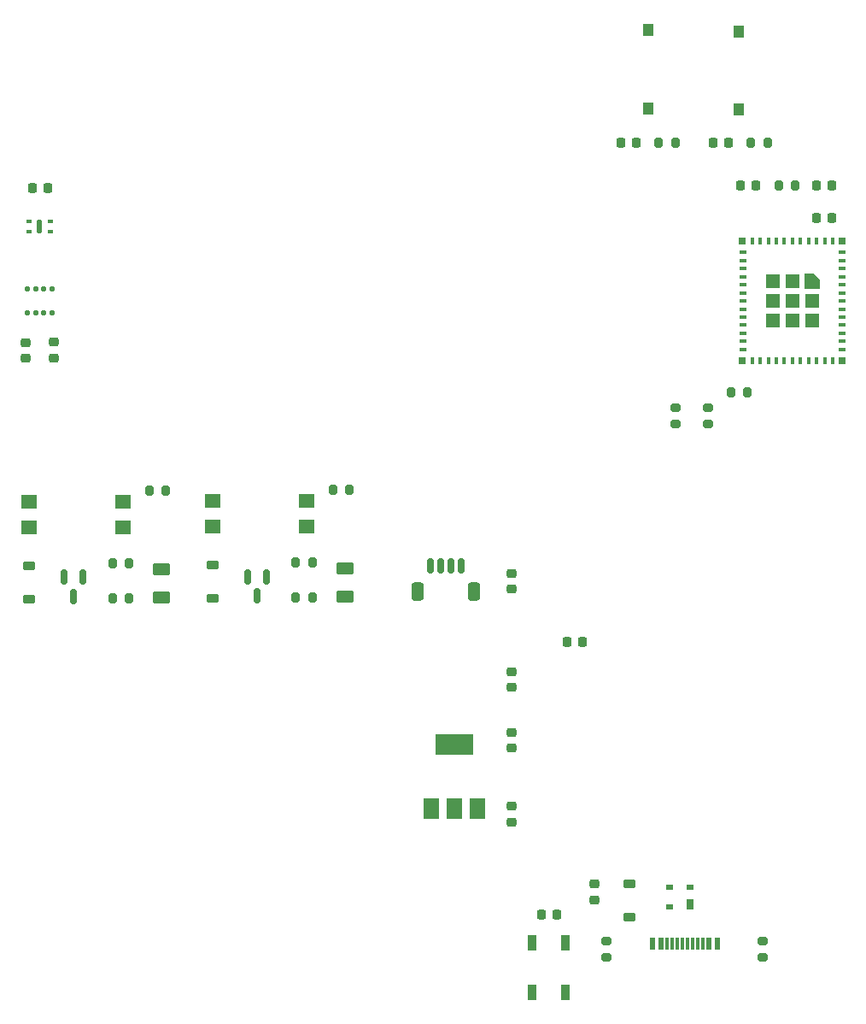
<source format=gbr>
%TF.GenerationSoftware,KiCad,Pcbnew,(7.0.0-0)*%
%TF.CreationDate,2023-04-22T21:22:07-04:00*%
%TF.ProjectId,KwartzLab-SensorBoard-Rev3,4b776172-747a-44c6-9162-2d53656e736f,3*%
%TF.SameCoordinates,Original*%
%TF.FileFunction,Paste,Top*%
%TF.FilePolarity,Positive*%
%FSLAX46Y46*%
G04 Gerber Fmt 4.6, Leading zero omitted, Abs format (unit mm)*
G04 Created by KiCad (PCBNEW (7.0.0-0)) date 2023-04-22 21:22:07*
%MOMM*%
%LPD*%
G01*
G04 APERTURE LIST*
G04 Aperture macros list*
%AMRoundRect*
0 Rectangle with rounded corners*
0 $1 Rounding radius*
0 $2 $3 $4 $5 $6 $7 $8 $9 X,Y pos of 4 corners*
0 Add a 4 corners polygon primitive as box body*
4,1,4,$2,$3,$4,$5,$6,$7,$8,$9,$2,$3,0*
0 Add four circle primitives for the rounded corners*
1,1,$1+$1,$2,$3*
1,1,$1+$1,$4,$5*
1,1,$1+$1,$6,$7*
1,1,$1+$1,$8,$9*
0 Add four rect primitives between the rounded corners*
20,1,$1+$1,$2,$3,$4,$5,0*
20,1,$1+$1,$4,$5,$6,$7,0*
20,1,$1+$1,$6,$7,$8,$9,0*
20,1,$1+$1,$8,$9,$2,$3,0*%
%AMFreePoly0*
4,1,6,0.725000,-0.725000,-0.725000,-0.725000,-0.725000,0.125000,-0.125000,0.725000,0.725000,0.725000,0.725000,-0.725000,0.725000,-0.725000,$1*%
G04 Aperture macros list end*
%ADD10R,1.000000X1.250000*%
%ADD11RoundRect,0.225000X-0.225000X-0.250000X0.225000X-0.250000X0.225000X0.250000X-0.225000X0.250000X0*%
%ADD12RoundRect,0.200000X0.200000X0.275000X-0.200000X0.275000X-0.200000X-0.275000X0.200000X-0.275000X0*%
%ADD13RoundRect,0.150000X-0.150000X0.587500X-0.150000X-0.587500X0.150000X-0.587500X0.150000X0.587500X0*%
%ADD14R,0.400000X0.800000*%
%ADD15R,0.800000X0.400000*%
%ADD16FreePoly0,270.000000*%
%ADD17R,1.450000X1.450000*%
%ADD18R,0.700000X0.700000*%
%ADD19RoundRect,0.200000X-0.275000X0.200000X-0.275000X-0.200000X0.275000X-0.200000X0.275000X0.200000X0*%
%ADD20RoundRect,0.225000X0.225000X0.250000X-0.225000X0.250000X-0.225000X-0.250000X0.225000X-0.250000X0*%
%ADD21RoundRect,0.225000X0.250000X-0.225000X0.250000X0.225000X-0.250000X0.225000X-0.250000X-0.225000X0*%
%ADD22R,0.900000X1.500000*%
%ADD23RoundRect,0.200000X-0.200000X-0.275000X0.200000X-0.275000X0.200000X0.275000X-0.200000X0.275000X0*%
%ADD24RoundRect,0.225000X-0.375000X0.225000X-0.375000X-0.225000X0.375000X-0.225000X0.375000X0.225000X0*%
%ADD25RoundRect,0.150000X0.150000X0.625000X-0.150000X0.625000X-0.150000X-0.625000X0.150000X-0.625000X0*%
%ADD26RoundRect,0.250000X0.350000X0.650000X-0.350000X0.650000X-0.350000X-0.650000X0.350000X-0.650000X0*%
%ADD27R,1.600000X1.400000*%
%ADD28RoundRect,0.125000X-0.125000X-0.137500X0.125000X-0.137500X0.125000X0.137500X-0.125000X0.137500X0*%
%ADD29RoundRect,0.250000X-0.625000X0.375000X-0.625000X-0.375000X0.625000X-0.375000X0.625000X0.375000X0*%
%ADD30RoundRect,0.225000X-0.250000X0.225000X-0.250000X-0.225000X0.250000X-0.225000X0.250000X0.225000X0*%
%ADD31R,0.600000X1.150000*%
%ADD32R,0.300000X1.150000*%
%ADD33RoundRect,0.087500X-0.187500X-0.087500X0.187500X-0.087500X0.187500X0.087500X-0.187500X0.087500X0*%
%ADD34RoundRect,0.125000X-0.125000X-0.575000X0.125000X-0.575000X0.125000X0.575000X-0.125000X0.575000X0*%
%ADD35RoundRect,0.087500X0.187500X0.087500X-0.187500X0.087500X-0.187500X-0.087500X0.187500X-0.087500X0*%
%ADD36R,1.500000X2.000000*%
%ADD37R,3.800000X2.000000*%
%ADD38R,0.700000X1.000000*%
%ADD39R,0.700000X0.600000*%
G04 APERTURE END LIST*
D10*
%TO.C,SW1*%
X154349999Y-60774999D03*
X154349999Y-68524999D03*
%TD*%
D11*
%TO.C,C7*%
X151600000Y-71900000D03*
X153150000Y-71900000D03*
%TD*%
D12*
%TO.C,R13*%
X121070000Y-113480000D03*
X119420000Y-113480000D03*
%TD*%
D13*
%TO.C,Q2*%
X116530000Y-114915000D03*
X114630000Y-114915000D03*
X115580000Y-116790000D03*
%TD*%
D14*
%TO.C,U1*%
X172649999Y-81699999D03*
X171849999Y-81699999D03*
X171049999Y-81699999D03*
X170249999Y-81699999D03*
X169449999Y-81699999D03*
X168649999Y-81699999D03*
X167849999Y-81699999D03*
X167049999Y-81699999D03*
X166249999Y-81699999D03*
X165449999Y-81699999D03*
X164649999Y-81699999D03*
D15*
X163749999Y-82799999D03*
X163749999Y-83599999D03*
X163749999Y-84399999D03*
X163749999Y-85199999D03*
X163749999Y-85999999D03*
X163749999Y-86799999D03*
X163749999Y-87599999D03*
X163749999Y-88399999D03*
X163749999Y-89199999D03*
X163749999Y-89999999D03*
X163749999Y-90799999D03*
X163749999Y-91599999D03*
X163749999Y-92399999D03*
D14*
X164649999Y-93499999D03*
X165449999Y-93499999D03*
X166249999Y-93499999D03*
X167049999Y-93499999D03*
X167849999Y-93499999D03*
X168649999Y-93499999D03*
X169449999Y-93499999D03*
X170249999Y-93499999D03*
X171049999Y-93499999D03*
X171849999Y-93499999D03*
X172649999Y-93499999D03*
D15*
X173549999Y-92399999D03*
X173549999Y-91599999D03*
X173549999Y-90799999D03*
X173549999Y-89999999D03*
X173549999Y-89199999D03*
X173549999Y-88399999D03*
X173549999Y-87599999D03*
X173549999Y-86799999D03*
X173549999Y-85999999D03*
X173549999Y-85199999D03*
X173549999Y-84399999D03*
X173549999Y-83599999D03*
X173549999Y-82799999D03*
D16*
X170625000Y-85625000D03*
D17*
X168649999Y-85624999D03*
X166674999Y-85624999D03*
X170624999Y-87599999D03*
X168649999Y-87599999D03*
X166674999Y-87599999D03*
X170624999Y-89574999D03*
X168649999Y-89574999D03*
X166674999Y-89574999D03*
D18*
X173599999Y-93549999D03*
X163699999Y-93549999D03*
X163699999Y-81649999D03*
X173599999Y-81649999D03*
%TD*%
D19*
%TO.C,R4*%
X150230000Y-151000000D03*
X150230000Y-152650000D03*
%TD*%
D11*
%TO.C,C2*%
X171000000Y-79400000D03*
X172550000Y-79400000D03*
%TD*%
D20*
%TO.C,C14*%
X147850000Y-121400000D03*
X146300000Y-121400000D03*
%TD*%
D19*
%TO.C,R1*%
X160300000Y-98150000D03*
X160300000Y-99800000D03*
%TD*%
D11*
%TO.C,C10*%
X93300000Y-76441017D03*
X94850000Y-76441017D03*
%TD*%
D21*
%TO.C,C15*%
X140800000Y-116150000D03*
X140800000Y-114600000D03*
%TD*%
D22*
%TO.C,D3*%
X142799999Y-156049999D03*
X146099999Y-156049999D03*
X146099999Y-151149999D03*
X142799999Y-151149999D03*
%TD*%
D21*
%TO.C,C13*%
X140800000Y-125900000D03*
X140800000Y-124350000D03*
%TD*%
D19*
%TO.C,R5*%
X165730000Y-151000000D03*
X165730000Y-152650000D03*
%TD*%
D10*
%TO.C,SW2*%
X163299999Y-60899999D03*
X163299999Y-68649999D03*
%TD*%
D21*
%TO.C,C5*%
X140800000Y-131900000D03*
X140800000Y-130350000D03*
%TD*%
D23*
%TO.C,R7*%
X164550000Y-71900000D03*
X166200000Y-71900000D03*
%TD*%
D24*
%TO.C,D2*%
X152480000Y-145350000D03*
X152480000Y-148650000D03*
%TD*%
D12*
%TO.C,R10*%
X102880000Y-117040000D03*
X101230000Y-117040000D03*
%TD*%
D11*
%TO.C,C1*%
X163500000Y-76150000D03*
X165050000Y-76150000D03*
%TD*%
D25*
%TO.C,J7*%
X135800000Y-113875000D03*
X134800000Y-113875000D03*
X133800000Y-113875000D03*
X132800000Y-113875000D03*
D26*
X137100000Y-116400000D03*
X131500000Y-116400000D03*
%TD*%
D11*
%TO.C,C8*%
X160750000Y-71900000D03*
X162300000Y-71900000D03*
%TD*%
D23*
%TO.C,R14*%
X162550000Y-96640000D03*
X164200000Y-96640000D03*
%TD*%
D24*
%TO.C,D6*%
X92980000Y-113832500D03*
X92980000Y-117132500D03*
%TD*%
D27*
%TO.C,OC1*%
X92934999Y-107514999D03*
X92934999Y-110054999D03*
X102294999Y-110054999D03*
X102294999Y-107514999D03*
%TD*%
%TO.C,OC2*%
X111139999Y-107419999D03*
X111139999Y-109959999D03*
X120499999Y-109959999D03*
X120499999Y-107419999D03*
%TD*%
D12*
%TO.C,R12*%
X121070000Y-116980000D03*
X119420000Y-116980000D03*
%TD*%
D24*
%TO.C,D7*%
X111170000Y-113772500D03*
X111170000Y-117072500D03*
%TD*%
D11*
%TO.C,C3*%
X171000000Y-76150000D03*
X172550000Y-76150000D03*
%TD*%
D28*
%TO.C,U4*%
X92832481Y-86421868D03*
X93632481Y-86421868D03*
X94432481Y-86421868D03*
X95232481Y-86421868D03*
X95232481Y-88796868D03*
X94432481Y-88796868D03*
X93632481Y-88796868D03*
X92832481Y-88796868D03*
%TD*%
D29*
%TO.C,D4*%
X106110000Y-114152500D03*
X106110000Y-116952500D03*
%TD*%
D30*
%TO.C,C6*%
X148980000Y-145350000D03*
X148980000Y-146900000D03*
%TD*%
D31*
%TO.C,J2*%
X154779999Y-151294999D03*
X155579999Y-151294999D03*
D32*
X156729999Y-151294999D03*
X157729999Y-151294999D03*
X158229999Y-151294999D03*
X159229999Y-151294999D03*
D31*
X160379999Y-151294999D03*
X161179999Y-151294999D03*
X161179999Y-151294999D03*
X160379999Y-151294999D03*
D32*
X159729999Y-151294999D03*
X158729999Y-151294999D03*
X157229999Y-151294999D03*
X156229999Y-151294999D03*
D31*
X155579999Y-151294999D03*
X154779999Y-151294999D03*
%TD*%
D19*
%TO.C,R2*%
X157050000Y-98150000D03*
X157050000Y-99800000D03*
%TD*%
D12*
%TO.C,R11*%
X102880000Y-113540000D03*
X101230000Y-113540000D03*
%TD*%
D33*
%TO.C,U3*%
X93000000Y-79753517D03*
X93000000Y-80753517D03*
D34*
X94025000Y-80253517D03*
D35*
X95050000Y-79753517D03*
X95050000Y-80753517D03*
%TD*%
D12*
%TO.C,R9*%
X124740000Y-106300000D03*
X123090000Y-106300000D03*
%TD*%
%TO.C,R8*%
X106550000Y-106360000D03*
X104900000Y-106360000D03*
%TD*%
D36*
%TO.C,U2*%
X132839999Y-137849999D03*
X135139999Y-137849999D03*
D37*
X135139999Y-131549999D03*
D36*
X137439999Y-137849999D03*
%TD*%
D29*
%TO.C,D5*%
X124300000Y-114092500D03*
X124300000Y-116892500D03*
%TD*%
D38*
%TO.C,D1*%
X158479999Y-147399999D03*
D39*
X158479999Y-145699999D03*
X156479999Y-145699999D03*
X156479999Y-147599999D03*
%TD*%
D21*
%TO.C,C4*%
X140800000Y-139200000D03*
X140800000Y-137650000D03*
%TD*%
D23*
%TO.C,R6*%
X155400000Y-71900000D03*
X157050000Y-71900000D03*
%TD*%
D13*
%TO.C,Q1*%
X98340000Y-114975000D03*
X96440000Y-114975000D03*
X97390000Y-116850000D03*
%TD*%
D30*
%TO.C,C11*%
X95457758Y-91690000D03*
X95457758Y-93240000D03*
%TD*%
D11*
%TO.C,C9*%
X143750000Y-148400000D03*
X145300000Y-148400000D03*
%TD*%
D12*
%TO.C,R3*%
X168950000Y-76150000D03*
X167300000Y-76150000D03*
%TD*%
D30*
%TO.C,C12*%
X92627758Y-91700000D03*
X92627758Y-93250000D03*
%TD*%
M02*

</source>
